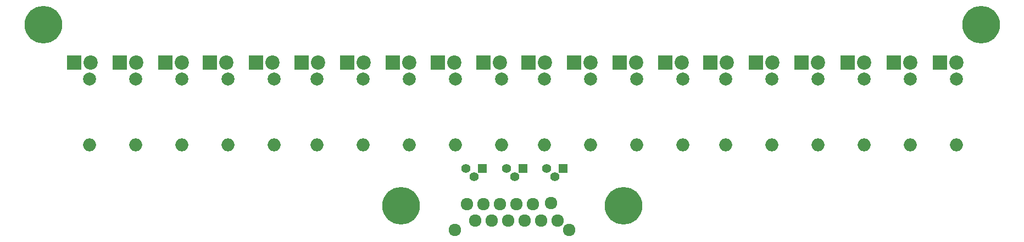
<source format=gbr>
G04 #@! TF.FileFunction,Soldermask,Bot*
%FSLAX46Y46*%
G04 Gerber Fmt 4.6, Leading zero omitted, Abs format (unit mm)*
G04 Created by KiCad (PCBNEW 4.0.6) date 05/11/17 10:01:50*
%MOMM*%
%LPD*%
G01*
G04 APERTURE LIST*
%ADD10C,0.100000*%
%ADD11C,1.924000*%
%ADD12R,2.200000X2.200000*%
%ADD13C,2.200000*%
%ADD14C,1.400000*%
%ADD15R,1.400000X1.400000*%
%ADD16C,5.800000*%
%ADD17C,2.000000*%
%ADD18O,2.000000X2.000000*%
G04 APERTURE END LIST*
D10*
D11*
X229108000Y-115316000D03*
X228122404Y-112624480D03*
X226568000Y-115316000D03*
X225298000Y-112776000D03*
X224028000Y-115316000D03*
X222758000Y-112776000D03*
X221488000Y-115316000D03*
X220218000Y-112776000D03*
X218948000Y-115316000D03*
X217678000Y-112776000D03*
X216408000Y-115316000D03*
X215138000Y-112776000D03*
X213338000Y-116796000D03*
X230908000Y-116796000D03*
D12*
X238687490Y-90965999D03*
D13*
X241227490Y-90965999D03*
D12*
X196668746Y-90965999D03*
D13*
X199208746Y-90965999D03*
D12*
X154650002Y-90965999D03*
D13*
X157190002Y-90965999D03*
D12*
X161653126Y-90965999D03*
D13*
X164193126Y-90965999D03*
D12*
X168656250Y-90965999D03*
D13*
X171196250Y-90965999D03*
D12*
X175550498Y-90965999D03*
D13*
X178090498Y-90965999D03*
D12*
X182662498Y-90965999D03*
D13*
X185202498Y-90965999D03*
D12*
X189665622Y-90965999D03*
D13*
X192205622Y-90965999D03*
D12*
X203708000Y-90965999D03*
D13*
X206248000Y-90965999D03*
D12*
X210674994Y-90965999D03*
D13*
X213214994Y-90965999D03*
D12*
X217678118Y-90965999D03*
D13*
X220218118Y-90965999D03*
D12*
X224681242Y-90965999D03*
D13*
X227221242Y-90965999D03*
D12*
X231684366Y-90965999D03*
D13*
X234224366Y-90965999D03*
D12*
X245690614Y-90965999D03*
D13*
X248230614Y-90965999D03*
D12*
X252693738Y-90965999D03*
D13*
X255233738Y-90965999D03*
D12*
X259696862Y-90965999D03*
D13*
X262236862Y-90965999D03*
D12*
X266700000Y-90965999D03*
D13*
X269240000Y-90965999D03*
D14*
X216296143Y-108585000D03*
X215026143Y-107315000D03*
D15*
X217566143Y-107315000D03*
D14*
X222504000Y-108585000D03*
X221234000Y-107315000D03*
D15*
X223774000Y-107315000D03*
D14*
X228711857Y-108585000D03*
X227441857Y-107315000D03*
D15*
X229981857Y-107315000D03*
D16*
X294386000Y-85090000D03*
X149860000Y-85090000D03*
X239268000Y-113030000D03*
X204978000Y-113030000D03*
D12*
X273812000Y-90965999D03*
D13*
X276352000Y-90965999D03*
D12*
X280924000Y-90965999D03*
D13*
X283464000Y-90965999D03*
D12*
X288036000Y-90965999D03*
D13*
X290576000Y-90965999D03*
D17*
X156972000Y-93472000D03*
D18*
X156972000Y-103632000D03*
D17*
X164084000Y-93472000D03*
D18*
X164084000Y-103632000D03*
D17*
X171196000Y-93472000D03*
D18*
X171196000Y-103632000D03*
D17*
X178308000Y-93472000D03*
D18*
X178308000Y-103632000D03*
D17*
X185420000Y-93472000D03*
D18*
X185420000Y-103632000D03*
D17*
X192024000Y-93472000D03*
D18*
X192024000Y-103632000D03*
D17*
X199136000Y-93472000D03*
D18*
X199136000Y-103632000D03*
D17*
X206248000Y-93472000D03*
D18*
X206248000Y-103632000D03*
D17*
X213360000Y-93472000D03*
D18*
X213360000Y-103632000D03*
D17*
X220472000Y-93472000D03*
D18*
X220472000Y-103632000D03*
D17*
X227076000Y-93472000D03*
D18*
X227076000Y-103632000D03*
D17*
X234188000Y-93472000D03*
D18*
X234188000Y-103632000D03*
D17*
X241300000Y-93472000D03*
D18*
X241300000Y-103632000D03*
D17*
X248412000Y-93472000D03*
D18*
X248412000Y-103632000D03*
D17*
X255016000Y-93472000D03*
D18*
X255016000Y-103632000D03*
D17*
X262128000Y-93472000D03*
D18*
X262128000Y-103632000D03*
D17*
X269240000Y-93472000D03*
D18*
X269240000Y-103632000D03*
D17*
X276352000Y-93472000D03*
D18*
X276352000Y-103632000D03*
D17*
X283464000Y-93472000D03*
D18*
X283464000Y-103632000D03*
D17*
X290576000Y-93472000D03*
D18*
X290576000Y-103632000D03*
M02*

</source>
